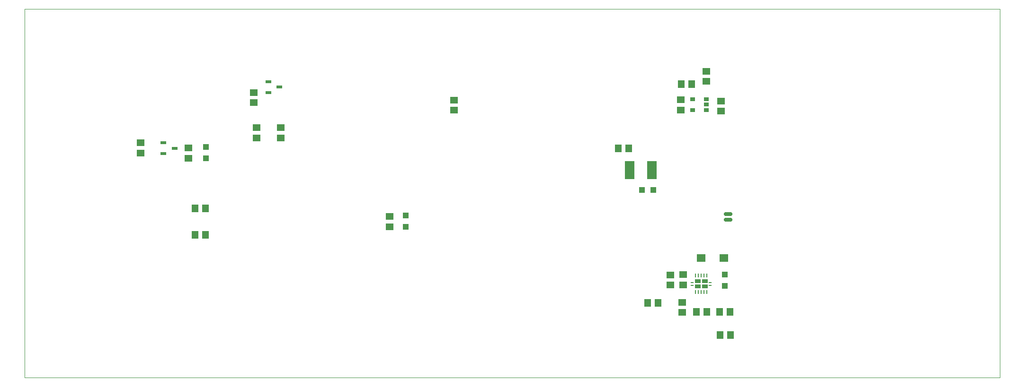
<source format=gbp>
%FSLAX25Y25*%
%MOIN*%
G70*
G01*
G75*
G04 Layer_Color=128*
G04:AMPARAMS|DCode=10|XSize=23.62mil|YSize=61.02mil|CornerRadius=5.91mil|HoleSize=0mil|Usage=FLASHONLY|Rotation=0.000|XOffset=0mil|YOffset=0mil|HoleType=Round|Shape=RoundedRectangle|*
%AMROUNDEDRECTD10*
21,1,0.02362,0.04921,0,0,0.0*
21,1,0.01181,0.06102,0,0,0.0*
1,1,0.01181,0.00591,-0.02461*
1,1,0.01181,-0.00591,-0.02461*
1,1,0.01181,-0.00591,0.02461*
1,1,0.01181,0.00591,0.02461*
%
%ADD10ROUNDEDRECTD10*%
%ADD11O,0.07480X0.02362*%
%ADD12O,0.01378X0.07087*%
G04:AMPARAMS|DCode=13|XSize=23.62mil|YSize=61.02mil|CornerRadius=5.91mil|HoleSize=0mil|Usage=FLASHONLY|Rotation=270.000|XOffset=0mil|YOffset=0mil|HoleType=Round|Shape=RoundedRectangle|*
%AMROUNDEDRECTD13*
21,1,0.02362,0.04921,0,0,270.0*
21,1,0.01181,0.06102,0,0,270.0*
1,1,0.01181,-0.02461,-0.00591*
1,1,0.01181,-0.02461,0.00591*
1,1,0.01181,0.02461,0.00591*
1,1,0.01181,0.02461,-0.00591*
%
%ADD13ROUNDEDRECTD13*%
%ADD14R,0.03937X0.05315*%
%ADD15R,0.04134X0.04331*%
%ADD16R,0.03150X0.01969*%
%ADD17R,0.01969X0.03150*%
%ADD18R,0.04724X0.05315*%
%ADD19R,0.05315X0.04724*%
%ADD20R,0.05709X0.04528*%
%ADD21R,0.04528X0.05709*%
%ADD22C,0.01969*%
%ADD23C,0.01500*%
%ADD24C,0.02000*%
%ADD25C,0.01300*%
%ADD26C,0.04000*%
%ADD27C,0.05000*%
%ADD28C,0.03000*%
%ADD29C,0.06500*%
%ADD30C,0.06000*%
%ADD31R,0.03500X0.07500*%
%ADD32R,0.04724X0.07087*%
%ADD33R,0.07500X0.03500*%
%ADD34R,0.05600X0.07700*%
%ADD35C,0.00100*%
%ADD36C,0.11417*%
%ADD37C,0.15354*%
%ADD38C,0.11024*%
%ADD39C,0.05906*%
%ADD40R,0.05906X0.05906*%
%ADD41C,0.06000*%
%ADD42R,0.05906X0.05906*%
%ADD43P,0.05966X8X112.5*%
%ADD44C,0.05512*%
%ADD45C,0.11811*%
%ADD46C,0.10236*%
%ADD47C,0.05000*%
%ADD48C,0.02284*%
%ADD49C,0.15700*%
%ADD50C,0.04000*%
%ADD51C,0.02000*%
%ADD52C,0.06200*%
%ADD53R,0.06693X0.12598*%
%ADD54R,0.09449X0.06496*%
%ADD55O,0.01102X0.03347*%
%ADD56R,0.03543X0.02559*%
%ADD57R,0.06102X0.05512*%
%ADD58R,0.04331X0.04134*%
%ADD59R,0.03937X0.02362*%
%ADD60C,0.04500*%
%ADD61C,0.01000*%
%ADD62C,0.02500*%
%ADD63C,0.07000*%
%ADD64C,0.03500*%
%ADD65C,0.05500*%
%ADD66R,0.07087X0.04724*%
%ADD67R,0.02756X0.01102*%
%ADD68C,0.01575*%
%ADD69C,0.02362*%
%ADD70C,0.03937*%
%ADD71C,0.00787*%
%ADD72C,0.00800*%
G04:AMPARAMS|DCode=73|XSize=31.62mil|YSize=69.02mil|CornerRadius=9.91mil|HoleSize=0mil|Usage=FLASHONLY|Rotation=0.000|XOffset=0mil|YOffset=0mil|HoleType=Round|Shape=RoundedRectangle|*
%AMROUNDEDRECTD73*
21,1,0.03162,0.04921,0,0,0.0*
21,1,0.01181,0.06902,0,0,0.0*
1,1,0.01981,0.00591,-0.02461*
1,1,0.01981,-0.00591,-0.02461*
1,1,0.01981,-0.00591,0.02461*
1,1,0.01981,0.00591,0.02461*
%
%ADD73ROUNDEDRECTD73*%
%ADD74O,0.08280X0.03162*%
%ADD75O,0.02178X0.07887*%
G04:AMPARAMS|DCode=76|XSize=31.62mil|YSize=69.02mil|CornerRadius=9.91mil|HoleSize=0mil|Usage=FLASHONLY|Rotation=270.000|XOffset=0mil|YOffset=0mil|HoleType=Round|Shape=RoundedRectangle|*
%AMROUNDEDRECTD76*
21,1,0.03162,0.04921,0,0,270.0*
21,1,0.01181,0.06902,0,0,270.0*
1,1,0.01981,-0.02461,-0.00591*
1,1,0.01981,-0.02461,0.00591*
1,1,0.01981,0.02461,0.00591*
1,1,0.01981,0.02461,-0.00591*
%
%ADD76ROUNDEDRECTD76*%
%ADD77R,0.04737X0.06115*%
%ADD78R,0.04934X0.05131*%
%ADD79R,0.03950X0.02769*%
%ADD80R,0.02769X0.03950*%
%ADD81R,0.05524X0.06115*%
%ADD82R,0.06115X0.05524*%
%ADD83R,0.06509X0.05328*%
%ADD84R,0.05328X0.06509*%
%ADD85C,0.12217*%
%ADD86C,0.16154*%
%ADD87C,0.11824*%
%ADD88C,0.06706*%
%ADD89R,0.06706X0.06706*%
%ADD90C,0.06800*%
%ADD91R,0.06706X0.06706*%
%ADD92P,0.06832X8X112.5*%
%ADD93C,0.06312*%
%ADD94C,0.12611*%
%ADD95C,0.11036*%
%ADD96C,0.05800*%
%ADD97C,0.03084*%
%ADD98C,0.16500*%
%ADD99C,0.04800*%
%ADD100C,0.02800*%
%ADD101C,0.07000*%
%ADD102R,0.07493X0.13398*%
%ADD103R,0.10000X0.07047*%
%ADD104O,0.01654X0.03898*%
%ADD105R,0.04343X0.03359*%
%ADD106R,0.06902X0.06312*%
%ADD107R,0.05131X0.04934*%
%ADD108R,0.04737X0.03162*%
%ADD109R,0.03556X0.01902*%
%ADD110R,0.04134X0.02677*%
%ADD111R,0.01969X0.01024*%
%ADD112O,0.00906X0.03150*%
D13*
X69100Y88800D02*
D03*
Y93000D02*
D03*
D15*
X-298500Y132376D02*
D03*
Y140250D02*
D03*
X-157851Y84031D02*
D03*
Y91905D02*
D03*
X66758Y42363D02*
D03*
Y50237D02*
D03*
D18*
X43468Y184632D02*
D03*
X36185D02*
D03*
X70600Y23800D02*
D03*
X63317D02*
D03*
X12617Y30400D02*
D03*
X19900D02*
D03*
X54300Y23800D02*
D03*
X47017D02*
D03*
D19*
X-262900Y146758D02*
D03*
Y154042D02*
D03*
X-123768Y166148D02*
D03*
Y173432D02*
D03*
X-264831Y171458D02*
D03*
Y178742D02*
D03*
X-344400Y143192D02*
D03*
Y135909D02*
D03*
X53800Y186480D02*
D03*
Y193763D02*
D03*
X36858Y30742D02*
D03*
Y23458D02*
D03*
D20*
X-245900Y154042D02*
D03*
Y146758D02*
D03*
X-310860Y139609D02*
D03*
Y132326D02*
D03*
X-169100Y83834D02*
D03*
Y91117D02*
D03*
X35785Y166400D02*
D03*
Y173684D02*
D03*
X64200Y165458D02*
D03*
Y172742D02*
D03*
X28458Y42816D02*
D03*
Y50100D02*
D03*
X37458Y50142D02*
D03*
Y42858D02*
D03*
D21*
X-298858Y78223D02*
D03*
X-306142D02*
D03*
X-758Y139413D02*
D03*
X-8042D02*
D03*
X-298858Y96860D02*
D03*
X-306142D02*
D03*
X70700Y7600D02*
D03*
X63416D02*
D03*
D35*
X260400Y-22500D02*
Y237500D01*
X-426250Y-22500D02*
X260400D01*
X-426250D02*
Y237500D01*
X260400D01*
D53*
X15674Y124100D02*
D03*
X-74D02*
D03*
D56*
X44275Y173872D02*
D03*
Y166392D02*
D03*
X53724D02*
D03*
Y170132D02*
D03*
Y173872D02*
D03*
D57*
X50286Y62000D02*
D03*
X66231D02*
D03*
D58*
X8563Y109900D02*
D03*
X16437D02*
D03*
D59*
X-328437Y135672D02*
D03*
Y143153D02*
D03*
X-320563Y139413D02*
D03*
X-254569Y178760D02*
D03*
Y186240D02*
D03*
X-246694Y182500D02*
D03*
D110*
X47759Y45471D02*
D03*
X47759Y41928D02*
D03*
X52758Y41928D02*
D03*
X52758Y45471D02*
D03*
D111*
X43841Y44684D02*
D03*
Y42716D02*
D03*
X56675Y42716D02*
D03*
Y44684D02*
D03*
D112*
X46321Y49507D02*
D03*
X48290D02*
D03*
X50258D02*
D03*
X52227D02*
D03*
X54195D02*
D03*
Y37893D02*
D03*
X52227D02*
D03*
X50258D02*
D03*
X48290D02*
D03*
X46321D02*
D03*
M02*

</source>
